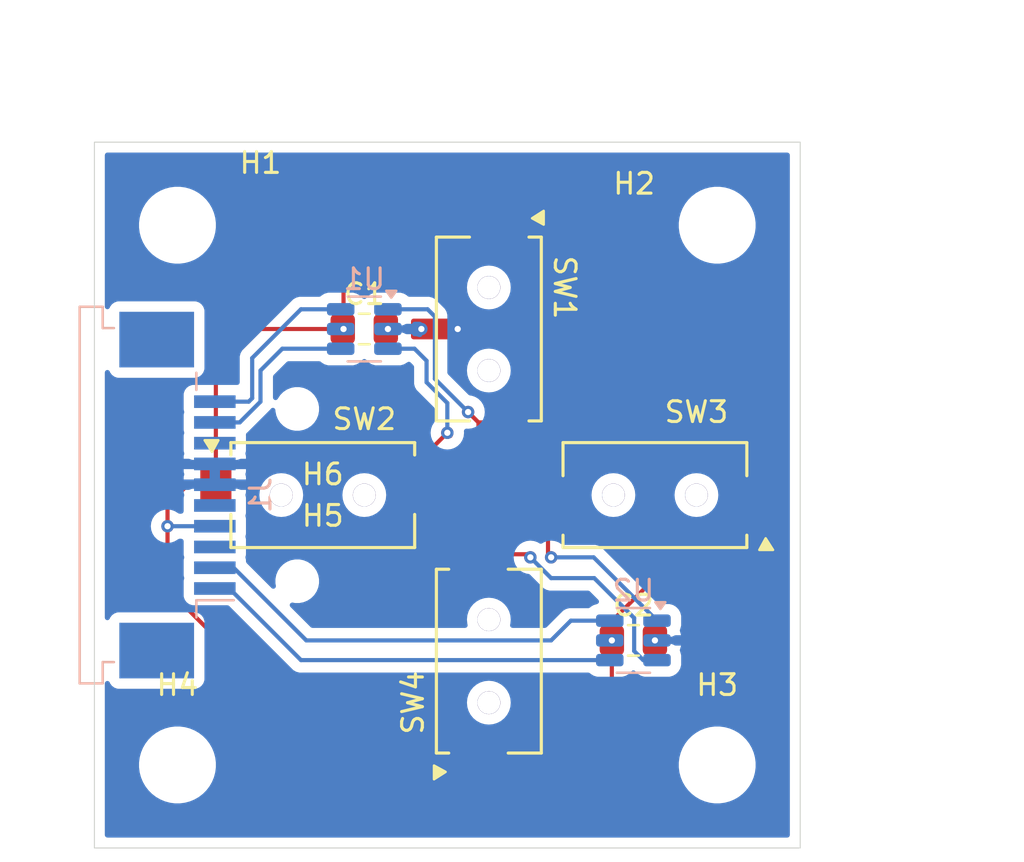
<source format=kicad_pcb>
(kicad_pcb (version 20240108) (generator "pcbnew") (generator_version "8.0")
  (layers (0 "F.Cu" signal) (31 "B.Cu" signal) (34 "B.Paste" user) (35 "F.Paste" user) (36 "B.SilkS" user "B.Silkscreen") (37 "F.SilkS" user "F.Silkscreen") (38 "B.Mask" user) (39 "F.Mask" user) (44 "Edge.Cuts" user))
  (net 0 "")
  (net 1 "GND")
  (net 2 "+5V")
  (net 6 "U2O1_3")
  (net 7 "U1O1_1")
  (net 8 "U1O2_2")
  (net 9 "U2O2_4")
  (net 10 "Net-(SW1-NO)")
  (net 11 "Net-(SW2-NO)")
  (net 12 "Net-(SW3-NO)")
  (net 13 "Net-(SW4-NO)")
  (footprint "MountingHole:MountingHole_3.2mm_M3_ISO7380" (layer "F.Cu") (at 135 67)
    (property "Reference" "H1" (at 4 -3 0) (layer "F.SilkS"))
    (property "Value" "MountingHole")
    (pad "" np_thru_hole circle (at 0 0) (size 3.2 3.2) (drill 3.2) (layers "*.Cu" "*.Mask"))
  )
  (footprint "MountingHole:MountingHole_3.2mm_M3_ISO7380" (layer "F.Cu") (at 161 67)
    (property "Reference" "H2" (at -4 -2 0) (layer "F.SilkS"))
    (property "Value" "MountingHole")
    (pad "" np_thru_hole circle (at 0 0) (size 3.2 3.2) (drill 3.2) (layers "*.Cu" "*.Mask"))
  )
  (footprint "My_Library:MountingHole_1.6mm" (layer "F.Cu") (at 140.77 75.85 180)
    (property "Reference" "H6" (at -1.23 -3.15 180) (layer "F.SilkS"))
    (property "Value" "MountingHole")
    (pad "" np_thru_hole circle (at 0 0 180) (size 1.6 1.6) (drill 1.6) (layers "F&B.Cu" "*.Mask"))
  )
  (footprint "MountingHole:MountingHole_3.2mm_M3_ISO7380" (layer "F.Cu") (at 161 93)
    (property "Reference" "H3" (at 0 -3.85 0) (layer "F.SilkS"))
    (property "Value" "MountingHole")
    (pad "" np_thru_hole circle (at 0 0) (size 3.2 3.2) (drill 3.2) (layers "*.Cu" "*.Mask"))
  )
  (footprint "My_Library:Omron_SW_D2LS_11_20M" (layer "F.Cu") (at 142 80)
    (property "Reference" "SW2" (at 2 -3.6576 0) (layer "F.SilkS"))
    (property "Value" "D2LS-2120M" (hide yes))
    (fp_line (start -4.427 -2.527) (end 4.427003 -2.527) (stroke (width 0.1524)) (layer "F.SilkS"))
    (fp_line (start -4.427 -1.93274) (end -4.427 -2.527) (stroke (width 0.1524)) (layer "F.SilkS"))
    (fp_line (start -4.427 2.526999) (end -4.427 0.93274) (stroke (width 0.1524)) (layer "F.SilkS"))
    (fp_line (start 4.427003 -2.527) (end 4.427003 -1.93274) (stroke (width 0.1524)) (layer "F.SilkS"))
    (fp_line (start 4.427003 0.93274) (end 4.427003 2.526999) (stroke (width 0.1524)) (layer "F.SilkS"))
    (fp_line (start 4.427003 2.526999) (end -4.427 2.526999) (stroke (width 0.1524)) (layer "F.SilkS"))
    (fp_poly (pts (xy -5.0292 -2.6416) (xy -5.6896 -2.6416) (xy -5.334 -2.0828)) (stroke (width 0.12)) (fill solid) (layer "F.SilkS"))
    (pad "1" smd rect (at -5.149999 -0.5) (size 1.5 2.2) (layers "F.Cu" "F.Paste" "F.Mask") (net 2 "+5V"))
    (pad "2" smd rect (at 5.150001 -0.5) (size 1.5 2.2) (layers "F.Cu" "F.Paste" "F.Mask") (net 11 "Net-(SW2-NO)"))
    (pad "3" thru_hole circle (at -2 0) (size 1.1 1.1) (drill 1.0922) (layers "*.Cu" "*.Mask"))
    (pad "4" thru_hole circle (at 2 0) (size 1.1 1.1) (drill 1.0922) (layers "*.Cu" "*.Mask"))
  )
  (footprint "My_Library:MountingHole_1.6mm" (layer "F.Cu") (at 140.77 84.15)
    (property "Reference" "H5" (at 1.23 -3.15 0) (layer "F.SilkS"))
    (property "Value" "MountingHole")
    (pad "" np_thru_hole circle (at 0 0) (size 1.6 1.6) (drill 1.6) (layers "F&B.Cu" "*.Mask"))
  )
  (footprint "My_Library:Omron_SW_D2LS_11_20M" (layer "F.Cu") (at 150 88 90)
    (property "Reference" "SW4" (at -2 -3.6576 90) (layer "F.SilkS"))
    (property "Value" "D2LS-2120M" (hide yes))
    (fp_line (start 4.427003 -2.527) (end 4.427003 -1.93274) (stroke (width 0.1524)) (layer "F.SilkS"))
    (fp_line (start -4.427 -2.527) (end 4.427003 -2.527) (stroke (width 0.1524)) (layer "F.SilkS"))
    (fp_line (start -4.427 -1.93274) (end -4.427 -2.527) (stroke (width 0.1524)) (layer "F.SilkS"))
    (fp_line (start 4.427003 0.93274) (end 4.427003 2.526999) (stroke (width 0.1524)) (layer "F.SilkS"))
    (fp_line (start 4.427003 2.526999) (end -4.427 2.526999) (stroke (width 0.1524)) (layer "F.SilkS"))
    (fp_line (start -4.427 2.526999) (end -4.427 0.93274) (stroke (width 0.1524)) (layer "F.SilkS"))
    (fp_poly (pts (xy -5.0292 -2.6416) (xy -5.6896 -2.6416) (xy -5.334 -2.0828)) (stroke (width 0.12)) (fill solid) (layer "F.SilkS"))
    (pad "1" smd rect (at -5.149999 -0.5 90) (size 1.5 2.2) (layers "F.Cu" "F.Paste" "F.Mask") (net 2 "+5V"))
    (pad "2" smd rect (at 5.150001 -0.5 90) (size 1.5 2.2) (layers "F.Cu" "F.Paste" "F.Mask") (net 13 "Net-(SW4-NO)"))
    (pad "3" thru_hole circle (at -2 0 90) (size 1.1 1.1) (drill 1.0922) (layers "*.Cu" "*.Mask"))
    (pad "4" thru_hole circle (at 2 0 90) (size 1.1 1.1) (drill 1.0922) (layers "*.Cu" "*.Mask"))
  )
  (footprint "Capacitor_SMD:C_0805_2012Metric_Pad1.18x1.45mm_HandSolder" (layer "F.Cu") (at 144 72)
    (property "Reference" "C1" (at 0 -1.68 0) (layer "F.SilkS"))
    (property "Value" "C")
    (fp_line (start -0.261252 -0.735) (end 0.261252 -0.735) (stroke (width 0.12)) (layer "F.SilkS"))
    (fp_line (start -0.261252 0.735) (end 0.261252 0.735) (stroke (width 0.12)) (layer "F.SilkS"))
    (pad "1" smd roundrect (at -1.0375 0) (size 1.175 1.45) (layers "F.Cu" "F.Paste" "F.Mask") (roundrect_rratio 0.212766) (net 2 "+5V"))
    (pad "2" smd roundrect (at 1.0375 0) (size 1.175 1.45) (layers "F.Cu" "F.Paste" "F.Mask") (roundrect_rratio 0.212766) (net 1 "GND"))
  )
  (footprint "My_Library:Omron_SW_D2LS_11_20M" (layer "F.Cu") (at 150 72 -90)
    (property "Reference" "SW1" (at -2 -3.6576 -90) (layer "F.SilkS"))
    (property "Value" "D2LS-2120M" (hide yes))
    (fp_line (start -4.427 2.526999) (end -4.427 0.93274) (stroke (width 0.1524)) (layer "F.SilkS"))
    (fp_line (start 4.427003 2.526999) (end -4.427 2.526999) (stroke (width 0.1524)) (layer "F.SilkS"))
    (fp_line (start 4.427003 0.93274) (end 4.427003 2.526999) (stroke (width 0.1524)) (layer "F.SilkS"))
    (fp_line (start -4.427 -1.93274) (end -4.427 -2.527) (stroke (width 0.1524)) (layer "F.SilkS"))
    (fp_line (start -4.427 -2.527) (end 4.427003 -2.527) (stroke (width 0.1524)) (layer "F.SilkS"))
    (fp_line (start 4.427003 -2.527) (end 4.427003 -1.93274) (stroke (width 0.1524)) (layer "F.SilkS"))
    (fp_poly (pts (xy -5.0292 -2.6416) (xy -5.6896 -2.6416) (xy -5.334 -2.0828)) (stroke (width 0.12)) (fill solid) (layer "F.SilkS"))
    (pad "1" smd rect (at -5.149999 -0.5 270) (size 1.5 2.2) (layers "F.Cu" "F.Paste" "F.Mask") (net 2 "+5V"))
    (pad "2" smd rect (at 5.150001 -0.5 270) (size 1.5 2.2) (layers "F.Cu" "F.Paste" "F.Mask") (net 10 "Net-(SW1-NO)"))
    (pad "3" thru_hole circle (at -2 0 270) (size 1.1 1.1) (drill 1.0922) (layers "*.Cu" "*.Mask"))
    (pad "4" thru_hole circle (at 2 0 270) (size 1.1 1.1) (drill 1.0922) (layers "*.Cu" "*.Mask"))
  )
  (footprint "Capacitor_SMD:C_0805_2012Metric_Pad1.18x1.45mm_HandSolder" (layer "F.Cu") (at 156.9625 87)
    (property "Reference" "C2" (at 0 -1.68 0) (layer "F.SilkS"))
    (property "Value" "C")
    (fp_line (start -0.261252 -0.735) (end 0.261252 -0.735) (stroke (width 0.12)) (layer "F.SilkS"))
    (fp_line (start -0.261252 0.735) (end 0.261252 0.735) (stroke (width 0.12)) (layer "F.SilkS"))
    (pad "1" smd roundrect (at -1.0375 0) (size 1.175 1.45) (layers "F.Cu" "F.Paste" "F.Mask") (roundrect_rratio 0.212766) (net 2 "+5V"))
    (pad "2" smd roundrect (at 1.0375 0) (size 1.175 1.45) (layers "F.Cu" "F.Paste" "F.Mask") (roundrect_rratio 0.212766) (net 1 "GND"))
  )
  (footprint "MountingHole:MountingHole_3.2mm_M3_ISO7380" (layer "F.Cu") (at 135 93)
    (property "Reference" "H4" (at 0 -3.85 0) (layer "F.SilkS"))
    (property "Value" "MountingHole")
    (pad "" np_thru_hole circle (at 0 0) (size 3.2 3.2) (drill 3.2) (layers "*.Cu" "*.Mask"))
  )
  (footprint "My_Library:Omron_SW_D2LS_11_20M" (layer "F.Cu") (at 158 80 180)
    (property "Reference" "SW3" (at -2 4 0) (layer "F.SilkS"))
    (property "Value" "D2LS-2120M" (hide yes))
    (fp_line (start 4.427003 2.526999) (end -4.427 2.526999) (stroke (width 0.1524)) (layer "F.SilkS"))
    (fp_line (start 4.427003 0.93274) (end 4.427003 2.526999) (stroke (width 0.1524)) (layer "F.SilkS"))
    (fp_line (start 4.427003 -2.527) (end 4.427003 -1.93274) (stroke (width 0.1524)) (layer "F.SilkS"))
    (fp_line (start -4.427 2.526999) (end -4.427 0.93274) (stroke (width 0.1524)) (layer "F.SilkS"))
    (fp_line (start -4.427 -1.93274) (end -4.427 -2.527) (stroke (width 0.1524)) (layer "F.SilkS"))
    (fp_line (start -4.427 -2.527) (end 4.427003 -2.527) (stroke (width 0.1524)) (layer "F.SilkS"))
    (fp_poly (pts (xy -5.0292 -2.6416) (xy -5.6896 -2.6416) (xy -5.334 -2.0828)) (stroke (width 0.12)) (fill solid) (layer "F.SilkS"))
    (pad "1" smd rect (at -5.149999 -0.5 180) (size 1.5 2.2) (layers "F.Cu" "F.Paste" "F.Mask") (net 2 "+5V"))
    (pad "2" smd rect (at 5.150001 -0.5 180) (size 1.5 2.2) (layers "F.Cu" "F.Paste" "F.Mask") (net 12 "Net-(SW3-NO)"))
    (pad "3" thru_hole circle (at -2 0 180) (size 1.1 1.1) (drill 1.0922) (layers "*.Cu" "*.Mask"))
    (pad "4" thru_hole circle (at 2 0 180) (size 1.1 1.1) (drill 1.0922) (layers "*.Cu" "*.Mask"))
  )
  (footprint "Connector_FFC-FPC:TE_1-84952-0_1x10-1MP_P1.0mm_Horizontal" (layer "B.Cu") (at 135 80 90)
    (property "Reference" "J1" (at 0 4 -90) (layer "B.SilkS") (effects (justify mirror)))
    (property "Value" "Conn_01x10")
    (fp_line (start 9.07 -4.71) (end 9.07 -3.6) (stroke (width 0.12)) (layer "B.SilkS"))
    (fp_line (start -9.07 -4.71) (end 9.07 -4.71) (stroke (width 0.12)) (layer "B.SilkS"))
    (fp_line (start 9.07 -3.6) (end 8.045 -3.6) (stroke (width 0.12)) (layer "B.SilkS"))
    (fp_line (start 8.045 -3.6) (end 8.045 -3.06) (stroke (width 0.12)) (layer "B.SilkS"))
    (fp_line (start -8.045 -3.6) (end -9.07 -3.6) (stroke (width 0.12)) (layer "B.SilkS"))
    (fp_line (start -9.07 -3.6) (end -9.07 -4.71) (stroke (width 0.12)) (layer "B.SilkS"))
    (fp_line (start -8.045 -3.06) (end -8.045 -3.6) (stroke (width 0.12)) (layer "B.SilkS"))
    (fp_line (start 5.89 0.91) (end 5.065 0.91) (stroke (width 0.12)) (layer "B.SilkS"))
    (fp_line (start -5.065 0.91) (end -5.89 0.91) (stroke (width 0.12)) (layer "B.SilkS"))
    (fp_line (start -5.065 2.71) (end -5.065 0.91) (stroke (width 0.12)) (layer "B.SilkS"))
    (pad "1" smd rect (at -4.5 1.8 90) (size 0.61 2) (layers "B.Cu" "B.Paste" "B.Mask") (net 9 "U2O2_4"))
    (pad "2" smd rect (at -3.5 1.8 90) (size 0.61 2) (layers "B.Cu" "B.Paste" "B.Mask") (net 6 "U2O1_3"))
    (pad "3" smd rect (at -2.5 1.8 90) (size 0.61 2) (layers "B.Cu" "B.Paste" "B.Mask"))
    (pad "4" smd rect (at -1.5 1.8 90) (size 0.61 2) (layers "B.Cu" "B.Paste" "B.Mask") (net 2 "+5V"))
    (pad "5" smd rect (at -0.5 1.8 90) (size 0.61 2) (layers "B.Cu" "B.Paste" "B.Mask"))
    (pad "6" smd rect (at 0.5 1.8 90) (size 0.61 2) (layers "B.Cu" "B.Paste" "B.Mask") (net 1 "GND"))
    (pad "7" smd rect (at 1.5 1.8 90) (size 0.61 2) (layers "B.Cu" "B.Paste" "B.Mask") (net 1 "GND"))
    (pad "8" smd rect (at 2.5 1.8 90) (size 0.61 2) (layers "B.Cu" "B.Paste" "B.Mask"))
    (pad "9" smd rect (at 3.5 1.8 90) (size 0.61 2) (layers "B.Cu" "B.Paste" "B.Mask") (net 8 "U1O2_2"))
    (pad "10" smd rect (at 4.5 1.8 90) (size 0.61 2) (layers "B.Cu" "B.Paste" "B.Mask") (net 7 "U1O1_1"))
    (pad "MP" smd rect (at -7.49 -1 90) (size 2.68 3.6) (layers "B.Cu" "B.Paste" "B.Mask"))
    (pad "MP" smd rect (at 7.49 -1 90) (size 2.68 3.6) (layers "B.Cu" "B.Paste" "B.Mask"))
  )
  (footprint "Package_TO_SOT_SMD:SOT-23-6" (layer "B.Cu") (at 144 72 180)
    (property "Reference" "U1" (at 0 2.4 180) (layer "B.SilkS") (effects (justify mirror)))
    (property "Value" "MAX6817")
    (fp_line (start 0.8 1.56) (end 0 1.56) (stroke (width 0.12)) (layer "B.SilkS"))
    (fp_line (start 0.8 -1.56) (end 0 -1.56) (stroke (width 0.12)) (layer "B.SilkS"))
    (fp_line (start -0.8 1.56) (end 0 1.56) (stroke (width 0.12)) (layer "B.SilkS"))
    (fp_line (start -0.8 -1.56) (end 0 -1.56) (stroke (width 0.12)) (layer "B.SilkS"))
    (fp_poly (pts (xy -1.3 1.51) (xy -1.54 1.84) (xy -1.06 1.84) (xy -1.3 1.51)) (stroke (width 0.12)) (fill solid) (layer "B.SilkS"))
    (pad "1" smd roundrect (at -1.1375 0.95 180) (size 1.325 0.6) (layers "B.Cu" "B.Paste" "B.Mask") (net 10 "Net-(SW1-NO)"))
    (pad "2" smd roundrect (at -1.1375 0 180) (size 1.325 0.6) (layers "B.Cu" "B.Paste" "B.Mask") (net 1 "GND"))
    (pad "3" smd roundrect (at -1.1375 -0.95 180) (size 1.325 0.6) (layers "B.Cu" "B.Paste" "B.Mask") (net 11 "Net-(SW2-NO)"))
    (pad "4" smd roundrect (at 1.1375 -0.95 180) (size 1.325 0.6) (layers "B.Cu" "B.Paste" "B.Mask") (net 8 "U1O2_2"))
    (pad "5" smd roundrect (at 1.1375 0 180) (size 1.325 0.6) (layers "B.Cu" "B.Paste" "B.Mask") (net 2 "+5V"))
    (pad "6" smd roundrect (at 1.1375 0.95 180) (size 1.325 0.6) (layers "B.Cu" "B.Paste" "B.Mask") (net 7 "U1O1_1"))
  )
  (footprint "Package_TO_SOT_SMD:SOT-23-6" (layer "B.Cu") (at 156.9625 87 180)
    (property "Reference" "U2" (at 0 2.4 180) (layer "B.SilkS") (effects (justify mirror)))
    (property "Value" "MAX6817")
    (fp_line (start 0.8 1.56) (end 0 1.56) (stroke (width 0.12)) (layer "B.SilkS"))
    (fp_line (start 0.8 -1.56) (end 0 -1.56) (stroke (width 0.12)) (layer "B.SilkS"))
    (fp_line (start -0.8 1.56) (end 0 1.56) (stroke (width 0.12)) (layer "B.SilkS"))
    (fp_line (start -0.8 -1.56) (end 0 -1.56) (stroke (width 0.12)) (layer "B.SilkS"))
    (fp_poly (pts (xy -1.3 1.51) (xy -1.54 1.84) (xy -1.06 1.84) (xy -1.3 1.51)) (stroke (width 0.12)) (fill solid) (layer "B.SilkS"))
    (pad "1" smd roundrect (at -1.1375 0.95 180) (size 1.325 0.6) (layers "B.Cu" "B.Paste" "B.Mask") (net 12 "Net-(SW3-NO)"))
    (pad "2" smd roundrect (at -1.1375 0 180) (size 1.325 0.6) (layers "B.Cu" "B.Paste" "B.Mask") (net 1 "GND"))
    (pad "3" smd roundrect (at -1.1375 -0.95 180) (size 1.325 0.6) (layers "B.Cu" "B.Paste" "B.Mask") (net 13 "Net-(SW4-NO)"))
    (pad "4" smd roundrect (at 1.1375 -0.95 180) (size 1.325 0.6) (layers "B.Cu" "B.Paste" "B.Mask") (net 9 "U2O2_4"))
    (pad "5" smd roundrect (at 1.1375 0 180) (size 1.325 0.6) (layers "B.Cu" "B.Paste" "B.Mask") (net 2 "+5V"))
    (pad "6" smd roundrect (at 1.1375 0.95 180) (size 1.325 0.6) (layers "B.Cu" "B.Paste" "B.Mask") (net 6 "U2O1_3"))
  )
  (gr_poly (pts (xy 165 97) (xy 131 97) (xy 131 90) (xy 131 90) (xy 131 70) (xy 131 70) (xy 131 63) (xy 165 63)) (stroke (width 0.05)) (fill none) (layer "Edge.Cuts"))
  (segment (start 145.0375 72) (end 145.1375 72) (width 0.2) (layer "F.Cu") (net 1))
  (via (at 146.75 72) (size 0.6) (drill 0.3) (layers "F.Cu" "B.Cu") (net 1))
  (via (at 148.5 72) (size 0.6) (drill 0.3) (layers "F.Cu" "B.Cu") (net 1))
  (via (at 158 87) (size 0.6) (drill 0.3) (layers "F.Cu" "B.Cu") (net 1))
  (via (at 145.1375 72) (size 0.6) (drill 0.3) (layers "F.Cu" "B.Cu") (net 1))
  (segment (start 158.1 87) (end 158 87) (width 0.2) (layer "B.Cu") (net 1))
  (segment (start 145.1375 72) (end 146.75 72) (width 0.2) (layer "B.Cu") (net 1))
  (segment (start 134.521591 80.478409) (end 135.5 79.5) (width 0.2) (layer "F.Cu") (net 2))
  (segment (start 143 69) (end 145.149999 66.850001) (width 0.2) (layer "F.Cu") (net 2))
  (segment (start 134.521591 84.521591) (end 143.149999 93.149999) (width 0.2) (layer "F.Cu") (net 2))
  (segment (start 143 72) (end 143 69) (width 0.2) (layer "F.Cu") (net 2))
  (segment (start 161 84) (end 163.149999 81.850001) (width 0.2) (layer "F.Cu") (net 2))
  (segment (start 139 72) (end 143 72) (width 0.2) (layer "F.Cu") (net 2))
  (segment (start 136.850001 79.927697) (end 136.850001 79.5) (width 0.2) (layer "F.Cu") (net 2))
  (segment (start 135.5 79.5) (end 136.850001 79.5) (width 0.2) (layer "F.Cu") (net 2))
  (segment (start 136.850001 79.5) (end 136.850001 74.149999) (width 0.2) (layer "F.Cu") (net 2))
  (segment (start 134.521591 81.5) (end 134.521591 80.478409) (width 0.2) (layer "F.Cu") (net 2))
  (segment (start 155.925 92.075) (end 155.925 87) (width 0.2) (layer "F.Cu") (net 2))
  (segment (start 149.5 93.149999) (end 154.850001 93.149999) (width 0.2) (layer "F.Cu") (net 2))
  (segment (start 145.149999 66.850001) (end 150.5 66.850001) (width 0.2) (layer "F.Cu") (net 2))
  (segment (start 154.850001 93.149999) (end 155.925 92.075) (width 0.2) (layer "F.Cu") (net 2))
  (segment (start 163.149999 81.850001) (end 163.149999 80.5) (width 0.2) (layer "F.Cu") (net 2))
  (segment (start 143.149999 93.149999) (end 149.5 93.149999) (width 0.2) (layer "F.Cu") (net 2))
  (segment (start 155.925 87) (end 155.925 86.075) (width 0.2) (layer "F.Cu") (net 2))
  (segment (start 158 84) (end 161 84) (width 0.2) (layer "F.Cu") (net 2))
  (segment (start 155.925 86.075) (end 158 84) (width 0.2) (layer "F.Cu") (net 2))
  (segment (start 136.850001 74.149999) (end 139 72) (width 0.2) (layer "F.Cu") (net 2))
  (segment (start 134.521591 81.5) (end 134.521591 84.521591) (width 0.2) (layer "F.Cu") (net 2))
  (via (at 155.925 87) (size 0.6) (drill 0.3) (layers "F.Cu" "B.Cu") (net 2))
  (via (at 134.521591 81.5) (size 0.6) (drill 0.3) (layers "F.Cu" "B.Cu") (net 2))
  (via (at 143 72) (size 0.6) (drill 0.3) (layers "F.Cu" "B.Cu") (net 2))
  (segment (start 136.8 81.5) (end 134.521591 81.5) (width 0.2) (layer "B.Cu") (net 2))
  (segment (start 141.205 87) (end 153 87) (width 0.2) (layer "B.Cu") (net 6))
  (segment (start 153.95 86.05) (end 155.825 86.05) (width 0.2) (layer "B.Cu") (net 6))
  (segment (start 136.8 83.5) (end 137.705 83.5) (width 0.2) (layer "B.Cu") (net 6))
  (segment (start 137.705 83.5) (end 141.205 87) (width 0.2) (layer "B.Cu") (net 6))
  (segment (start 153 87) (end 153.95 86.05) (width 0.2) (layer "B.Cu") (net 6))
  (segment (start 138.6 73.4) (end 140.95 71.05) (width 0.2) (layer "B.Cu") (net 7))
  (segment (start 138.434314 75.5) (end 138.6 75.334314) (width 0.2) (layer "B.Cu") (net 7))
  (segment (start 136.8 75.5) (end 138.434314 75.5) (width 0.2) (layer "B.Cu") (net 7))
  (segment (start 140.95 71.05) (end 142.8625 71.05) (width 0.2) (layer "B.Cu") (net 7))
  (segment (start 138.6 75.334314) (end 138.6 73.4) (width 0.2) (layer "B.Cu") (net 7))
  (segment (start 138 76.5) (end 139 75.5) (width 0.2) (layer "B.Cu") (net 8))
  (segment (start 139 75.5) (end 139 74) (width 0.2) (layer "B.Cu") (net 8))
  (segment (start 136.8 76.5) (end 138 76.5) (width 0.2) (layer "B.Cu") (net 8))
  (segment (start 140.05 72.95) (end 142.8625 72.95) (width 0.2) (layer "B.Cu") (net 8))
  (segment (start 139 74) (end 140.05 72.95) (width 0.2) (layer "B.Cu") (net 8))
  (segment (start 140.95 87.95) (end 137.5 84.5) (width 0.2) (layer "B.Cu") (net 9))
  (segment (start 137.5 84.5) (end 136.8 84.5) (width 0.2) (layer "B.Cu") (net 9))
  (segment (start 155.825 87.95) (end 140.95 87.95) (width 0.2) (layer "B.Cu") (net 9))
  (segment (start 150.5 77.150001) (end 150.150001 77.150001) (width 0.2) (layer "F.Cu") (net 10))
  (segment (start 150.150001 77.150001) (end 149 76) (width 0.2) (layer "F.Cu") (net 10))
  (via (at 149 76) (size 0.6) (drill 0.3) (layers "F.Cu" "B.Cu") (net 10))
  (segment (start 147.4 74.4) (end 147.4 71.4) (width 0.2) (layer "B.Cu") (net 10))
  (segment (start 147.05 71.05) (end 145.1375 71.05) (width 0.2) (layer "B.Cu") (net 10))
  (segment (start 149 76) (end 147.4 74.4) (width 0.2) (layer "B.Cu") (net 10))
  (segment (start 147.4 71.4) (end 147.05 71.05) (width 0.2) (layer "B.Cu") (net 10))
  (segment (start 147.150001 79.5) (end 147.150001 77.849999) (width 0.2) (layer "F.Cu") (net 11))
  (segment (start 148.150001 77.150001) (end 148 77) (width 0.2) (layer "F.Cu") (net 11))
  (segment (start 147.150001 77.849999) (end 148 77) (width 0.2) (layer "F.Cu") (net 11))
  (via (at 148 77) (size 0.6) (drill 0.3) (layers "F.Cu" "B.Cu") (net 11))
  (segment (start 146.419516 72.95) (end 145.1375 72.95) (width 0.2) (layer "B.Cu") (net 11))
  (segment (start 147 73.530484) (end 146.419516 72.95) (width 0.2) (layer "B.Cu") (net 11))
  (segment (start 148 75.565686) (end 147 74.565686) (width 0.2) (layer "B.Cu") (net 11))
  (segment (start 148 77) (end 148 75.565686) (width 0.2) (layer "B.Cu") (net 11))
  (segment (start 147 74.565686) (end 147 73.530484) (width 0.2) (layer "B.Cu") (net 11))
  (segment (start 152.849999 80.5) (end 152.849999 82.849999) (width 0.2) (layer "F.Cu") (net 12))
  (segment (start 152.849999 82.849999) (end 153 83) (width 0.2) (layer "F.Cu") (net 12))
  (via (at 153 83) (size 0.6) (drill 0.3) (layers "F.Cu" "B.Cu") (net 12))
  (segment (start 155.05 83) (end 153 83) (width 0.2) (layer "B.Cu") (net 12))
  (segment (start 158.1 86.05) (end 155.05 83) (width 0.2) (layer "B.Cu") (net 12))
  (segment (start 149.5 82.849999) (end 151.849999 82.849999) (width 0.2) (layer "F.Cu") (net 13))
  (segment (start 151.849999 82.849999) (end 152 83) (width 0.2) (layer "F.Cu") (net 13))
  (via (at 152 83) (size 0.6) (drill 0.3) (layers "F.Cu" "B.Cu") (net 13))
  (segment (start 153 84) (end 152 83) (width 0.2) (layer "B.Cu") (net 13))
  (segment (start 157 87.512499) (end 157 85.921948) (width 0.2) (layer "B.Cu") (net 13))
  (segment (start 155.078052 84) (end 153 84) (width 0.2) (layer "B.Cu") (net 13))
  (segment (start 157 85.921948) (end 155.078052 84) (width 0.2) (layer "B.Cu") (net 13))
  (segment (start 158.1 87.95) (end 157.437501 87.95) (width 0.2) (layer "B.Cu") (net 13))
  (segment (start 157.437501 87.95) (end 157 87.512499) (width 0.2) (layer "B.Cu") (net 13))
  (zone (net 1) (net_name "GND") (layer "F.Cu") (priority 1) (connect_pads (clearance 0.5)) (min_thickness 0.25) (fill yes (thermal_gap 0.5) (thermal_bridge_width 0.5))
    (polygon (pts (xy 146.25 72.5) (xy 146.25 71.5) (xy 149 71.5) (xy 149 72.5)))
  )
  (zone (net 1) (net_name "GND") (layer "B.Cu") (connect_pads (clearance 0.5)) (min_thickness 0.25) (fill yes (thermal_gap 0.5) (thermal_bridge_width 0.5))
    (polygon (pts (xy 131 70) (xy 131 70) (xy 131 63) (xy 165 63) (xy 165 97) (xy 131 97) (xy 131 90) (xy 131 90)))
  )
)
</source>
